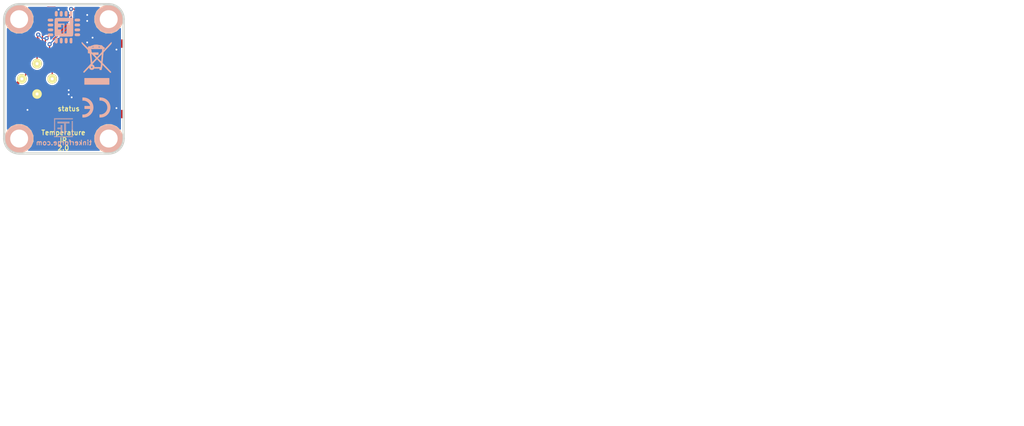
<source format=kicad_pcb>
(kicad_pcb (version 4) (host pcbnew 4.0.7-e2-6376~58~ubuntu17.04.1)
  (title_block (title "Temperature IR Bricklet") (date 2017-10-18) (rev 2.0) (company "Tinkerforge GmbH") (comment 1 "Licensed under CERN OHL v.1.1") (comment 2 "Copyright (©) 2017, B.Nordmeyer <bastian@tinkerforge.com>"))
  (layers (0 Vorderseite signal) (31 Rückseite signal hide) (34 B.Paste user) (35 F.Paste user) (36 B.SilkS user) (37 F.SilkS user) (38 B.Mask user) (39 F.Mask user) (44 Edge.Cuts user))
  (net 0 "")
  (net 1 GND)
  (net 2 SCL)
  (net 3 SDA)
  (net 4 VCC)
  (net 5 "Net-(P1-Pad6)")
  (net 6 "Net-(C2-Pad1)")
  (net 7 "Net-(D1-Pad2)")
  (net 8 "Net-(P1-Pad4)")
  (net 9 "Net-(P1-Pad5)")
  (net 10 "Net-(P2-Pad1)")
  (net 11 "Net-(P3-Pad2)")
  (net 12 "Net-(R1-Pad1)")
  (net 13 S-MISO)
  (net 14 S-MOSI)
  (net 15 S-CLK)
  (net 16 S-CS)
  (module kicad-libraries:TO-39 (layer Vorderseite) (at 118.88 107.26 180)
    (fp_text reference U2)
    (fp_text value MLX90614)
    (pad 4 thru_hole circle (at 0 -2.54 180) (size 1.6002 1.6002) (drill 0.50038) (layers *.Cu *.Mask F.SilkS) (net 1 GND))
    (pad 3 thru_hole circle (at 2.54 0 180) (size 1.6002 1.6002) (drill 0.50038) (layers *.Cu *.Mask F.SilkS) (net 4 VCC))
    (pad 2 thru_hole circle (at 0 2.54 180) (size 1.6002 1.6002) (drill 0.50038) (layers *.Cu *.Mask F.SilkS) (net 3 SDA))
    (pad 1 thru_hole circle (at -2.54 0 180) (size 1.6002 1.6002) (drill 0.50038) (layers *.Cu *.Mask F.SilkS) (net 2 SCL))
  )
  (module kicad-libraries:DRILL_NP (layer Vorderseite) (at 130.88 117.26 90)
    (fp_text reference U7 hide)
    (fp_text value DRILL hide)
    (pad "" np_thru_hole circle (at 0 0 90) (size 2.99974 2.99974) (drill 2.99974) (layers *.Cu *.Mask F.SilkS) (clearance 0.89916))
  )
  (module kicad-libraries:DRILL_NP (layer Vorderseite) (at 115.88 97.26)
    (fp_text reference U6 hide)
    (fp_text value DRILL hide)
    (pad "" np_thru_hole circle (at 0 0) (size 2.99974 2.99974) (drill 2.99974) (layers *.Cu *.Mask F.SilkS) (clearance 0.89916))
  )
  (module kicad-libraries:DRILL_NP (layer Vorderseite) (at 130.88 97.26 90)
    (fp_text reference U5 hide)
    (fp_text value DRILL hide)
    (pad "" np_thru_hole circle (at 0 0 90) (size 2.99974 2.99974) (drill 2.99974) (layers *.Cu *.Mask F.SilkS) (clearance 0.89916))
  )
  (module kicad-libraries:DRILL_NP (layer Vorderseite) (at 115.88 117.26)
    (fp_text reference U4 hide)
    (fp_text value DRILL hide)
    (pad "" np_thru_hole circle (at 0 0) (size 2.99974 2.99974) (drill 2.99974) (layers *.Cu *.Mask F.SilkS) (clearance 0.89916))
  )
  (module kicad-libraries:CE_5mm (layer Rückseite) (at 128.78 112.06 180)
    (fp_text reference VAL hide)
    (fp_text value CE_5mm hide)
  )
  (module kicad-libraries:WEEE_7mm (layer Rückseite) (at 128.88 104.66 180)
    (fp_text reference VAL hide)
    (fp_text value WEEE_7mm hide)
  )
  (module kicad-libraries:Fiducial_Mark (layer Vorderseite) (at 119.88 118.26)
    (fp_text reference Fiducial_Mark hide)
    (fp_text value VAL** hide)
    (pad 1 smd circle (at 0 0) (size 1.00076 1.00076) (layers Vorderseite F.Paste F.Mask) (clearance 0.65024))
  )
  (module kicad-libraries:Fiducial_Mark (layer Vorderseite) (at 131.88 104.26)
    (fp_text reference Fiducial_Mark hide)
    (fp_text value VAL** hide)
    (pad 1 smd circle (at 0 0) (size 1.00076 1.00076) (layers Vorderseite F.Paste F.Mask) (clearance 0.65024))
  )
  (module kicad-libraries:Logo_31x31 (layer Rückseite) (at 124.88 113.86 180)
    (fp_text reference Ref** hide)
    (fp_text value Val** hide)
  )
  (module kicad-libraries:C0805 (layer Vorderseite) (at 126.68 108.76 270)
    (fp_text reference C1)
    (fp_text value 10uF)
    (pad 1 smd rect (at -1.00076 0 270) (size 1.00076 1.24968) (layers Vorderseite F.Paste F.Mask) (net 4 VCC) (clearance 0.14986))
    (pad 2 smd rect (at 1.00076 0 270) (size 1.00076 1.24968) (layers Vorderseite F.Paste F.Mask) (net 1 GND) (clearance 0.14986))
  )
  (module kicad-libraries:C0402E (layer Vorderseite) (at 128.18 101.76 90)
    (fp_text reference C2)
    (fp_text value 220pF)
    (pad 1 smd rect (at -0.65 0 90) (size 0.7 0.9) (layers Vorderseite F.Paste F.Mask) (net 6 "Net-(C2-Pad1)"))
    (pad 2 smd rect (at 0.65 0 90) (size 0.7 0.9) (layers Vorderseite F.Paste F.Mask) (net 1 GND))
  )
  (module kicad-libraries:C0603F (layer Vorderseite) (at 124.98 108.76 90)
    (fp_text reference C3)
    (fp_text value 1uF)
    (pad 1 smd rect (at -0.75 0 90) (size 0.9 0.9) (layers Vorderseite F.Paste F.Mask) (net 1 GND))
    (pad 2 smd rect (at 0.75 0 90) (size 0.9 0.9) (layers Vorderseite F.Paste F.Mask) (net 4 VCC))
  )
  (module kicad-libraries:C0603F (layer Vorderseite) (at 126.08 96.56 315)
    (fp_text reference C4)
    (fp_text value 100nF)
    (pad 1 smd rect (at -0.75 0 315) (size 0.9 0.9) (layers Vorderseite F.Paste F.Mask) (net 4 VCC))
    (pad 2 smd rect (at 0.75 0 315) (size 0.9 0.9) (layers Vorderseite F.Paste F.Mask) (net 1 GND))
  )
  (module kicad-libraries:C0603F (layer Vorderseite) (at 115.78 112.46)
    (fp_text reference C5)
    (fp_text value 100nF)
    (pad 1 smd rect (at -0.75 0) (size 0.9 0.9) (layers Vorderseite F.Paste F.Mask) (net 4 VCC))
    (pad 2 smd rect (at 0.75 0) (size 0.9 0.9) (layers Vorderseite F.Paste F.Mask) (net 1 GND))
  )
  (module kicad-libraries:D0603E (layer Vorderseite) (at 122.88 113.76)
    (fp_text reference D1)
    (fp_text value blue)
    (pad 1 smd rect (at -0.8501 0) (size 1.1 1) (layers Vorderseite F.Paste F.Mask) (net 4 VCC))
    (pad 2 smd rect (at 0.8501 0) (size 1.1 1) (layers Vorderseite F.Paste F.Mask) (net 7 "Net-(D1-Pad2)"))
  )
  (module kicad-libraries:CON-SENSOR2 (layer Vorderseite) (at 133.38 107.26 90)
    (fp_text reference P1)
    (fp_text value CON-SENSOR2)
    (pad 1 smd rect (at -3.75 -4.6 90) (size 0.6 1.8) (layers Vorderseite F.Paste F.Mask))
    (pad 2 smd rect (at -2.5 -4.6 90) (size 0.6 1.8) (layers Vorderseite F.Paste F.Mask) (net 1 GND))
    (pad EP smd rect (at -5.9 -1.2 90) (size 1.4 2.4) (layers Vorderseite F.Paste F.Mask) (net 1 GND))
    (pad EP smd rect (at 5.9 -1.2 90) (size 1.4 2.4) (layers Vorderseite F.Paste F.Mask) (net 1 GND))
    (pad 3 smd rect (at -1.25 -4.6 90) (size 0.6 1.8) (layers Vorderseite F.Paste F.Mask) (net 4 VCC))
    (pad 4 smd rect (at 0 -4.6 90) (size 0.6 1.8) (layers Vorderseite F.Paste F.Mask) (net 8 "Net-(P1-Pad4)"))
    (pad 5 smd rect (at 1.25 -4.6 90) (size 0.6 1.8) (layers Vorderseite F.Paste F.Mask) (net 9 "Net-(P1-Pad5)"))
    (pad 6 smd rect (at 2.5 -4.6 90) (size 0.6 1.8) (layers Vorderseite F.Paste F.Mask) (net 5 "Net-(P1-Pad6)"))
    (pad 7 smd rect (at 3.75 -4.6 90) (size 0.6 1.8) (layers Vorderseite F.Paste F.Mask) (net 6 "Net-(C2-Pad1)"))
  )
  (module kicad-libraries:DEBUG_PAD (layer Vorderseite) (at 119.68 97.16)
    (fp_text reference P2)
    (fp_text value DEBUG)
    (pad 1 smd circle (at 0 0) (size 0.7 0.7) (layers Vorderseite F.Paste F.Mask) (net 10 "Net-(P2-Pad1)"))
  )
  (module kicad-libraries:SolderJumper (layer Vorderseite) (at 121.28 95.86 270)
    (fp_text reference P3)
    (fp_text value BOOT)
    (pad 2 smd rect (at 0.55 0 270) (size 0.3 1.4) (layers Vorderseite F.Mask) (net 11 "Net-(P3-Pad2)"))
    (pad 2 smd rect (at 0.15 0 270) (size 0.6 0.5) (layers Vorderseite F.Mask) (net 11 "Net-(P3-Pad2)"))
    (pad 1 smd rect (at -0.5 0 270) (size 0.4 1.4) (layers Vorderseite F.Mask) (net 1 GND))
    (pad 1 smd rect (at -0.225 0.55 270) (size 0.95 0.3) (layers Vorderseite F.Mask) (net 1 GND))
    (pad 1 smd rect (at -0.225 -0.55 270) (size 0.95 0.3) (layers Vorderseite F.Mask) (net 1 GND))
  )
  (module kicad-libraries:R0603F (layer Vorderseite) (at 125.98 113.76 180)
    (fp_text reference R1)
    (fp_text value 10k)
    (pad 1 smd rect (at -0.75 0 180) (size 0.9 0.9) (layers Vorderseite F.Paste F.Mask) (net 12 "Net-(R1-Pad1)"))
    (pad 2 smd rect (at 0.75 0 180) (size 0.9 0.9) (layers Vorderseite F.Paste F.Mask) (net 7 "Net-(D1-Pad2)"))
  )
  (module kicad-libraries:4X0402 (layer Vorderseite) (at 125.78 104.16 90)
    (fp_text reference RP1)
    (fp_text value 82)
    (pad 1 smd rect (at -0.7493 0.575 270) (size 0.29972 0.65) (layers Vorderseite F.Paste F.Mask) (net 8 "Net-(P1-Pad4)"))
    (pad 2 smd rect (at -0.24892 0.575 270) (size 0.29972 0.65) (layers Vorderseite F.Paste F.Mask) (net 9 "Net-(P1-Pad5)"))
    (pad 3 smd rect (at 0.24892 0.575 270) (size 0.29972 0.65) (layers Vorderseite F.Paste F.Mask) (net 5 "Net-(P1-Pad6)"))
    (pad 4 smd rect (at 0.7493 0.575 270) (size 0.29972 0.65) (layers Vorderseite F.Paste F.Mask) (net 6 "Net-(C2-Pad1)"))
    (pad 5 smd rect (at 0.7493 -0.575 90) (size 0.29972 0.65) (layers Vorderseite F.Paste F.Mask) (net 13 S-MISO))
    (pad 6 smd rect (at 0.24892 -0.575 90) (size 0.29972 0.65) (layers Vorderseite F.Paste F.Mask) (net 14 S-MOSI))
    (pad 7 smd rect (at -0.24892 -0.575 90) (size 0.29972 0.65) (layers Vorderseite F.Paste F.Mask) (net 15 S-CLK))
    (pad 8 smd rect (at -0.7493 -0.575 90) (size 0.29972 0.65) (layers Vorderseite F.Paste F.Mask) (net 16 S-CS))
  )
  (module kicad-libraries:QFN24-4x4mm-0.5mm (layer Vorderseite) (at 123.48 99.16 135)
    (fp_text reference U1)
    (fp_text value XMC110024)
    (pad 1 smd oval (at -2.025 -1.25 135) (size 1 0.3) (layers Vorderseite F.Paste F.Mask) (net 13 S-MISO))
    (pad 2 smd oval (at -2.025 -0.75 135) (size 1 0.3) (layers Vorderseite F.Paste F.Mask))
    (pad 3 smd oval (at -2.025 -0.25 135) (size 1 0.3) (layers Vorderseite F.Paste F.Mask))
    (pad 4 smd oval (at -2.025 0.25 135) (size 1 0.3) (layers Vorderseite F.Paste F.Mask))
    (pad 5 smd oval (at -2.025 0.75 135) (size 1 0.3) (layers Vorderseite F.Paste F.Mask))
    (pad 6 smd oval (at -2.025 1.25 135) (size 1 0.3) (layers Vorderseite F.Paste F.Mask))
    (pad 7 smd oval (at -1.25 2.025 225) (size 1 0.3) (layers Vorderseite F.Paste F.Mask) (net 12 "Net-(R1-Pad1)"))
    (pad 8 smd oval (at -0.75 2.025 225) (size 1 0.3) (layers Vorderseite F.Paste F.Mask))
    (pad 9 smd oval (at -0.25 2.025 225) (size 1 0.3) (layers Vorderseite F.Paste F.Mask) (net 1 GND))
    (pad 10 smd oval (at 0.25 2.025 225) (size 1 0.3) (layers Vorderseite F.Paste F.Mask) (net 4 VCC))
    (pad 11 smd oval (at 0.75 2.025 225) (size 1 0.3) (layers Vorderseite F.Paste F.Mask))
    (pad 12 smd oval (at 1.25 2.025 225) (size 1 0.3) (layers Vorderseite F.Paste F.Mask))
    (pad 13 smd oval (at 2.025 1.25 135) (size 1 0.3) (layers Vorderseite F.Paste F.Mask))
    (pad 14 smd oval (at 2.025 0.75 135) (size 1 0.3) (layers Vorderseite F.Paste F.Mask))
    (pad 15 smd oval (at 2.025 0.25 135) (size 1 0.3) (layers Vorderseite F.Paste F.Mask) (net 11 "Net-(P3-Pad2)"))
    (pad 16 smd oval (at 2.025 -0.25 135) (size 1 0.3) (layers Vorderseite F.Paste F.Mask) (net 10 "Net-(P2-Pad1)"))
    (pad 17 smd oval (at 2.025 -0.75 135) (size 1 0.3) (layers Vorderseite F.Paste F.Mask) (net 3 SDA))
    (pad 18 smd oval (at 2.025 -1.25 135) (size 1 0.3) (layers Vorderseite F.Paste F.Mask))
    (pad 19 smd oval (at 1.25 -2.025 225) (size 1 0.3) (layers Vorderseite F.Paste F.Mask) (net 2 SCL))
    (pad 20 smd oval (at 0.75 -2.025 225) (size 1 0.3) (layers Vorderseite F.Paste F.Mask))
    (pad 21 smd oval (at 0.25 -2.025 225) (size 1 0.3) (layers Vorderseite F.Paste F.Mask))
    (pad 22 smd oval (at -0.25 -2.025 225) (size 1 0.3) (layers Vorderseite F.Paste F.Mask) (net 16 S-CS))
    (pad 23 smd oval (at -0.75 -2.025 225) (size 1 0.3) (layers Vorderseite F.Paste F.Mask) (net 15 S-CLK))
    (pad 24 smd oval (at -1.25 -2.025 225) (size 1 0.3) (layers Vorderseite F.Paste F.Mask) (net 14 S-MOSI))
    (pad EXP smd rect (at 0.65 0.65 135) (size 1.3 1.3) (layers Vorderseite F.Paste F.Mask) (net 1 GND))
    (pad EXP smd rect (at 0.65 -0.65 135) (size 1.3 1.3) (layers Vorderseite F.Paste F.Mask) (net 1 GND))
    (pad EXP smd rect (at -0.65 0.65 135) (size 1.3 1.3) (layers Vorderseite F.Paste F.Mask) (net 1 GND))
    (pad EXP smd rect (at -0.65 -0.65 135) (size 1.3 1.3) (layers Vorderseite F.Paste F.Mask) (net 1 GND))
  )
  (module kicad-libraries:Logo_CoMCU (layer Rückseite) (at 123.38 98.61 180)
    (fp_text reference G*** hide)
    (fp_text value LOGO hide)
  )
  (module kicad-libraries:4X0402 (layer Vorderseite) (at 118.38 101.26 270)
    (fp_text reference RP2)
    (fp_text value 2k2)
    (pad 1 smd rect (at -0.7493 0.575 90) (size 0.29972 0.65) (layers Vorderseite F.Paste F.Mask) (net 4 VCC))
    (pad 2 smd rect (at -0.24892 0.575 90) (size 0.29972 0.65) (layers Vorderseite F.Paste F.Mask) (net 4 VCC))
    (pad 3 smd rect (at 0.24892 0.575 90) (size 0.29972 0.65) (layers Vorderseite F.Paste F.Mask) (net 4 VCC))
    (pad 4 smd rect (at 0.7493 0.575 90) (size 0.29972 0.65) (layers Vorderseite F.Paste F.Mask) (net 4 VCC))
    (pad 5 smd rect (at 0.7493 -0.575 270) (size 0.29972 0.65) (layers Vorderseite F.Paste F.Mask) (net 3 SDA))
    (pad 6 smd rect (at 0.24892 -0.575 270) (size 0.29972 0.65) (layers Vorderseite F.Paste F.Mask))
    (pad 7 smd rect (at -0.24892 -0.575 270) (size 0.29972 0.65) (layers Vorderseite F.Paste F.Mask))
    (pad 8 smd rect (at -0.7493 -0.575 270) (size 0.29972 0.65) (layers Vorderseite F.Paste F.Mask) (net 2 SCL))
  )
  (gr_text status (at 124.18 112.26) (layer F.SilkS) (effects (font (size 0.8001 0.8001) (thickness 0.14986))))
  (gr_line (start 115.88 94.76) (end 130.88 94.76) (angle 90) (layer Edge.Cuts) (width 0.381))
  (gr_line (start 113.38 117.26) (end 113.38 97.26) (angle 90) (layer Edge.Cuts) (width 0.381))
  (gr_line (start 133.38 97.26) (end 133.38 117.26) (angle 90) (layer Edge.Cuts) (width 0.381))
  (gr_arc (start 130.88 97.26) (end 130.88 94.76) (angle 90) (layer Edge.Cuts) (width 0.381))
  (gr_arc (start 115.88 97.26) (end 113.38 97.26) (angle 90) (layer Edge.Cuts) (width 0.381))
  (gr_line (start 115.88 119.76) (end 130.88 119.76) (angle 90) (layer Edge.Cuts) (width 0.381))
  (gr_arc (start 130.88 117.26) (end 133.38 117.26) (angle 90) (layer Edge.Cuts) (width 0.381))
  (gr_arc (start 115.88 117.26) (end 115.88 119.76) (angle 90) (layer Edge.Cuts) (width 0.381))
  (gr_text tinkerforge.com (at 123.38 117.96) (layer B.SilkS) (effects (font (size 0.8001 0.8001) (thickness 0.14986)) (justify mirror)))
  (gr_text "Temperature\nIR\n2.0" (at 123.28 117.56) (layer F.SilkS) (effects (font (size 0.8001 0.8001) (thickness 0.14986))))
  (segment (start 121.28 95.36) (end 120.68 95.36) (width 0.2) (layer Vorderseite) (net 1))
  (segment (start 120.68 95.36) (end 120.68 95.56) (width 0.2) (layer Vorderseite) (net 1))
  (segment (start 120.68 95.56) (end 120.78 95.66) (width 0.2) (layer Vorderseite) (net 1))
  (segment (start 120.78 95.66) (end 120.73 95.635) (width 0.2) (layer Vorderseite) (net 1))
  (segment (start 125.088668 97.904885) (end 124.399239 98.594314) (width 0.3) (layer Vorderseite) (net 1))
  (segment (start 124.399239 98.594314) (end 124.399239 99.16) (width 0.3) (layer Vorderseite) (net 1))
  (segment (start 123.48 98.240761) (end 122.560761 99.16) (width 0.2) (layer Vorderseite) (net 1))
  (segment (start 124.399239 99.16) (end 123.48 98.240761) (width 0.2) (layer Vorderseite) (net 1))
  (segment (start 123.48 100.079239) (end 124.399239 99.16) (width 0.2) (layer Vorderseite) (net 1))
  (segment (start 121.28 95.36) (end 121.98 95.36) (width 0.2) (layer Vorderseite) (net 1))
  (segment (start 121.98 95.36) (end 122.28 95.66) (width 0.2) (layer Vorderseite) (net 1))
  (segment (start 122.28 95.66) (end 122.48 95.66) (width 0.2) (layer Vorderseite) (net 1))
  (via (at 122.48 95.66) (size 0.7) (drill 0.3) (layers Vorderseite Rückseite) (net 1))
  (segment (start 126.61033 97.09033) (end 127.14066 96.56) (width 0.5) (layer Vorderseite) (net 1))
  (via (at 127.28 96.56) (size 0.7) (drill 0.3) (layers Vorderseite Rückseite) (net 1))
  (segment (start 127.14066 96.56) (end 127.28 96.56) (width 0.5) (layer Vorderseite) (net 1))
  (segment (start 126.61033 97.09033) (end 127.08 97.56) (width 0.5) (layer Vorderseite) (net 1))
  (via (at 127.28 97.56) (size 0.7) (drill 0.3) (layers Vorderseite Rückseite) (net 1))
  (segment (start 127.08 97.56) (end 127.28 97.56) (width 0.5) (layer Vorderseite) (net 1))
  (segment (start 124.98 109.51) (end 124.98 110.06) (width 0.5) (layer Vorderseite) (net 1))
  (via (at 124.68 110.36) (size 0.7) (drill 0.3) (layers Vorderseite Rückseite) (net 1))
  (segment (start 124.98 110.06) (end 124.68 110.36) (width 0.5) (layer Vorderseite) (net 1))
  (segment (start 124.98 109.51) (end 124.53 109.51) (width 0.5) (layer Vorderseite) (net 1))
  (segment (start 124.53 109.51) (end 124.18 109.86) (width 0.5) (layer Vorderseite) (net 1))
  (via (at 124.18 109.86) (size 0.7) (drill 0.3) (layers Vorderseite Rückseite) (net 1))
  (segment (start 124.53 109.51) (end 124.18 109.16) (width 0.5) (layer Vorderseite) (net 1))
  (via (at 124.18 109.16) (size 0.7) (drill 0.3) (layers Vorderseite Rückseite) (net 1))
  (segment (start 116.53 112.46) (end 117.28 112.46) (width 0.5) (layer Vorderseite) (net 1))
  (via (at 117.28 112.46) (size 0.7) (drill 0.3) (layers Vorderseite Rückseite) (net 1))
  (segment (start 132.18 113.16) (end 132.18 112.16) (width 0.5) (layer Vorderseite) (net 1))
  (via (at 132.18 112.16) (size 0.7) (drill 0.3) (layers Vorderseite Rückseite) (net 1))
  (segment (start 132.18 101.36) (end 132.18 102.36) (width 0.5) (layer Vorderseite) (net 1))
  (via (at 132.18 102.36) (size 0.7) (drill 0.3) (layers Vorderseite Rückseite) (net 1))
  (segment (start 128.18 101.11) (end 127.33 101.11) (width 0.5) (layer Vorderseite) (net 1))
  (via (at 127.28 101.16) (size 0.7) (drill 0.3) (layers Vorderseite Rückseite) (net 1))
  (segment (start 127.33 101.11) (end 127.28 101.16) (width 0.5) (layer Vorderseite) (net 1))
  (segment (start 128.18 101.11) (end 128.18 100.36) (width 0.5) (layer Vorderseite) (net 1))
  (via (at 128.18 100.36) (size 0.7) (drill 0.3) (layers Vorderseite Rückseite) (net 1))
  (segment (start 126.68 109.76076) (end 125.88076 109.76076) (width 0.5) (layer Vorderseite) (net 1))
  (segment (start 125.63 109.51) (end 124.98 109.51) (width 0.5) (layer Vorderseite) (net 1))
  (segment (start 125.88076 109.76076) (end 125.63 109.51) (width 0.5) (layer Vorderseite) (net 1))
  (segment (start 128.78 109.76) (end 126.68076 109.76) (width 0.5) (layer Vorderseite) (net 1))
  (segment (start 126.68076 109.76) (end 126.68 109.76076) (width 0.5) (layer Vorderseite) (net 1))
  (segment (start 125.088668 97.904885) (end 125.903223 97.09033) (width 0.3) (layer Vorderseite) (net 1))
  (segment (start 125.903223 97.09033) (end 126.61033 97.09033) (width 0.3) (layer Vorderseite) (net 1))
  (segment (start 119.42 109.8) (end 118.88 109.8) (width 0.2) (layer Vorderseite) (net 1))
  (segment (start 118.955 100.5107) (end 118.955 99.985) (width 0.2) (layer Vorderseite) (net 2))
  (segment (start 120.446117 100.426117) (end 120.446117 100.426116) (width 0.2) (layer Vorderseite) (net 2))
  (segment (start 120.48 100.46) (end 120.446117 100.426117) (width 0.2) (layer Vorderseite) (net 2))
  (via (at 120.48 100.46) (size 0.7) (drill 0.3) (layers Vorderseite Rückseite) (net 2))
  (segment (start 119.68 100.46) (end 120.48 100.46) (width 0.2) (layer Rückseite) (net 2))
  (segment (start 119.08 99.86) (end 119.68 100.46) (width 0.2) (layer Rückseite) (net 2))
  (via (at 119.08 99.86) (size 0.7) (drill 0.3) (layers Vorderseite Rückseite) (net 2))
  (segment (start 118.955 99.985) (end 119.08 99.86) (width 0.2) (layer Vorderseite) (net 2))
  (segment (start 121.42 107.26) (end 121.42 104.8) (width 0.2) (layer Vorderseite) (net 2))
  (segment (start 120.28 100.592233) (end 120.446117 100.426116) (width 0.2) (layer Vorderseite) (net 2))
  (segment (start 120.446117 100.426116) (end 121.164225 99.708008) (width 0.2) (layer Vorderseite) (net 2))
  (segment (start 120.28 103.66) (end 120.28 100.592233) (width 0.2) (layer Vorderseite) (net 2))
  (segment (start 121.42 104.8) (end 120.28 103.66) (width 0.2) (layer Vorderseite) (net 2))
  (segment (start 118.955 102.0093) (end 119.3307 102.0093) (width 0.2) (layer Vorderseite) (net 3))
  (segment (start 119.3307 102.0093) (end 119.78 101.56) (width 0.2) (layer Vorderseite) (net 3))
  (segment (start 118.88 104.72) (end 118.88 103.66) (width 0.2) (layer Vorderseite) (net 3))
  (segment (start 121.11934 97.86) (end 121.517779 98.258439) (width 0.2) (layer Vorderseite) (net 3))
  (segment (start 120.48 97.86) (end 121.11934 97.86) (width 0.2) (layer Vorderseite) (net 3))
  (segment (start 119.78 98.56) (end 120.48 97.86) (width 0.2) (layer Vorderseite) (net 3))
  (segment (start 119.78 102.76) (end 119.78 101.56) (width 0.2) (layer Vorderseite) (net 3))
  (segment (start 119.78 101.56) (end 119.78 98.56) (width 0.2) (layer Vorderseite) (net 3))
  (segment (start 118.88 103.66) (end 119.78 102.76) (width 0.2) (layer Vorderseite) (net 3))
  (segment (start 120.98 101.46) (end 120.98 103.26) (width 0.2) (layer Vorderseite) (net 4))
  (segment (start 125.08 95.56) (end 124.58 95.56) (width 0.2) (layer Vorderseite) (net 4))
  (via (at 124.58 95.56) (size 0.7) (drill 0.3) (layers Vorderseite Rückseite) (net 4))
  (segment (start 124.58 95.56) (end 124.58 97.86) (width 0.2) (layer Rückseite) (net 4))
  (segment (start 124.58 97.86) (end 120.98 101.46) (width 0.2) (layer Rückseite) (net 4))
  (via (at 120.98 101.46) (size 0.7) (drill 0.3) (layers Vorderseite Rückseite) (net 4))
  (segment (start 125.54967 96.02967) (end 125.08 95.56) (width 0.2) (layer Vorderseite) (net 4))
  (segment (start 124.98 107.26) (end 124.98 108.01) (width 0.2) (layer Vorderseite) (net 4))
  (segment (start 120.98 103.26) (end 124.98 107.26) (width 0.2) (layer Vorderseite) (net 4))
  (segment (start 117.805 101.50892) (end 117.23108 101.50892) (width 0.2) (layer Vorderseite) (net 4))
  (segment (start 117.23108 101.50892) (end 116.98 101.76) (width 0.2) (layer Vorderseite) (net 4))
  (segment (start 117.805 101.01108) (end 117.23108 101.01108) (width 0.2) (layer Vorderseite) (net 4))
  (segment (start 117.23108 101.01108) (end 116.98 100.76) (width 0.2) (layer Vorderseite) (net 4))
  (segment (start 116.98 101.76) (end 116.98 106.62) (width 0.2) (layer Vorderseite) (net 4))
  (segment (start 116.98 106.62) (end 116.34 107.26) (width 0.2) (layer Vorderseite) (net 4))
  (segment (start 117.805 100.5107) (end 117.2293 100.5107) (width 0.2) (layer Vorderseite) (net 4))
  (segment (start 117.2293 102.0093) (end 117.805 102.0093) (width 0.2) (layer Vorderseite) (net 4))
  (segment (start 116.98 101.76) (end 117.2293 102.0093) (width 0.2) (layer Vorderseite) (net 4))
  (segment (start 116.98 100.76) (end 116.98 101.76) (width 0.2) (layer Vorderseite) (net 4))
  (segment (start 117.2293 100.5107) (end 116.98 100.76) (width 0.2) (layer Vorderseite) (net 4))
  (segment (start 115.03 112.46) (end 115.03 108.57) (width 0.5) (layer Vorderseite) (net 4))
  (segment (start 115.03 108.57) (end 116.34 107.26) (width 0.5) (layer Vorderseite) (net 4))
  (segment (start 122.0299 113.76) (end 115.58 113.76) (width 0.5) (layer Vorderseite) (net 4))
  (segment (start 115.03 113.21) (end 115.03 112.46) (width 0.5) (layer Vorderseite) (net 4))
  (segment (start 115.58 113.76) (end 115.03 113.21) (width 0.5) (layer Vorderseite) (net 4))
  (segment (start 124.98 108.01) (end 123.63 108.01) (width 0.5) (layer Vorderseite) (net 4))
  (segment (start 123.63 108.01) (end 122.0299 109.6101) (width 0.5) (layer Vorderseite) (net 4))
  (segment (start 122.0299 109.6101) (end 122.0299 113.76) (width 0.5) (layer Vorderseite) (net 4))
  (segment (start 126.68 107.75924) (end 125.98076 107.75924) (width 0.5) (layer Vorderseite) (net 4))
  (segment (start 125.98076 107.75924) (end 125.73 108.01) (width 0.5) (layer Vorderseite) (net 4))
  (segment (start 125.73 108.01) (end 124.98 108.01) (width 0.5) (layer Vorderseite) (net 4))
  (segment (start 128.78 108.51) (end 128.03 108.51) (width 0.5) (layer Vorderseite) (net 4))
  (segment (start 128.03 108.51) (end 127.27924 107.75924) (width 0.5) (layer Vorderseite) (net 4))
  (segment (start 127.27924 107.75924) (end 126.68 107.75924) (width 0.5) (layer Vorderseite) (net 4))
  (segment (start 124.735115 97.551332) (end 125.54967 96.736777) (width 0.3) (layer Vorderseite) (net 4))
  (segment (start 125.54967 96.736777) (end 125.54967 96.02967) (width 0.3) (layer Vorderseite) (net 4))
  (segment (start 128.78 104.76) (end 128.28 104.76) (width 0.2) (layer Vorderseite) (net 5))
  (segment (start 128.28 104.76) (end 127.43108 103.91108) (width 0.2) (layer Vorderseite) (net 5))
  (segment (start 127.43108 103.91108) (end 126.355 103.91108) (width 0.2) (layer Vorderseite) (net 5))
  (segment (start 128.18 102.41) (end 128.18 102.91) (width 0.2) (layer Vorderseite) (net 6))
  (segment (start 128.18 102.91) (end 128.78 103.51) (width 0.2) (layer Vorderseite) (net 6))
  (segment (start 126.355 103.4107) (end 126.8293 103.4107) (width 0.2) (layer Vorderseite) (net 6))
  (segment (start 126.8293 103.4107) (end 127.83 102.41) (width 0.2) (layer Vorderseite) (net 6))
  (segment (start 127.83 102.41) (end 128.18 102.41) (width 0.2) (layer Vorderseite) (net 6))
  (segment (start 123.7301 113.76) (end 125.58 113.76) (width 0.2) (layer Vorderseite) (net 7))
  (segment (start 125.58 113.76) (end 125.23 113.76) (width 0.2) (layer Vorderseite) (net 7))
  (segment (start 126.355 104.9093) (end 126.648958 104.9093) (width 0.2) (layer Vorderseite) (net 8))
  (segment (start 126.648958 104.9093) (end 127.08 105.340342) (width 0.2) (layer Vorderseite) (net 8))
  (segment (start 127.08 105.340342) (end 127.08 106.16) (width 0.2) (layer Vorderseite) (net 8))
  (segment (start 127.08 106.16) (end 128.18 107.26) (width 0.2) (layer Vorderseite) (net 8))
  (segment (start 128.18 107.26) (end 128.78 107.26) (width 0.2) (layer Vorderseite) (net 8))
  (segment (start 126.355 104.40892) (end 127.02892 104.40892) (width 0.2) (layer Vorderseite) (net 9))
  (segment (start 127.83 106.01) (end 128.78 106.01) (width 0.2) (layer Vorderseite) (net 9))
  (segment (start 127.58 105.76) (end 127.83 106.01) (width 0.2) (layer Vorderseite) (net 9))
  (segment (start 127.58 104.96) (end 127.58 105.76) (width 0.2) (layer Vorderseite) (net 9))
  (segment (start 127.02892 104.40892) (end 127.58 104.96) (width 0.2) (layer Vorderseite) (net 9))
  (segment (start 121.871332 97.904885) (end 121.126447 97.16) (width 0.2) (layer Vorderseite) (net 10))
  (segment (start 121.126447 97.16) (end 119.68 97.16) (width 0.2) (layer Vorderseite) (net 10))
  (segment (start 121.28 96.41) (end 121.28 96.01) (width 0.2) (layer Vorderseite) (net 11))
  (segment (start 122.224885 97.551332) (end 121.28 96.606447) (width 0.2) (layer Vorderseite) (net 11))
  (segment (start 121.28 96.606447) (end 121.28 96.41) (width 0.2) (layer Vorderseite) (net 11))
  (segment (start 126.73 113.76) (end 128.38 113.76) (width 0.2) (layer Vorderseite) (net 12))
  (segment (start 127.28 98.26) (end 126.147767 98.26) (width 0.2) (layer Vorderseite) (net 12))
  (segment (start 130.18 101.16) (end 127.28 98.26) (width 0.2) (layer Vorderseite) (net 12))
  (segment (start 130.18 111.96) (end 130.18 101.16) (width 0.2) (layer Vorderseite) (net 12))
  (segment (start 128.38 113.76) (end 130.18 111.96) (width 0.2) (layer Vorderseite) (net 12))
  (segment (start 126.147767 98.26) (end 125.795775 98.611992) (width 0.2) (layer Vorderseite) (net 12))
  (segment (start 125.205 103.4107) (end 124.8307 103.4107) (width 0.2) (layer Vorderseite) (net 13))
  (segment (start 124.48 101.927767) (end 124.028008 101.475775) (width 0.2) (layer Vorderseite) (net 13))
  (segment (start 124.48 103.06) (end 124.48 101.927767) (width 0.2) (layer Vorderseite) (net 13))
  (segment (start 124.8307 103.4107) (end 124.48 103.06) (width 0.2) (layer Vorderseite) (net 13))
  (segment (start 125.205 103.91108) (end 123.93108 103.91108) (width 0.2) (layer Vorderseite) (net 14))
  (segment (start 122.58 102.56) (end 122.58 101.827767) (width 0.2) (layer Vorderseite) (net 14))
  (segment (start 123.93108 103.91108) (end 122.58 102.56) (width 0.2) (layer Vorderseite) (net 14))
  (segment (start 122.58 101.827767) (end 122.931992 101.475775) (width 0.2) (layer Vorderseite) (net 14))
  (segment (start 125.205 104.40892) (end 123.72892 104.40892) (width 0.2) (layer Vorderseite) (net 15))
  (segment (start 122.08 101.62066) (end 122.578439 101.122221) (width 0.2) (layer Vorderseite) (net 15))
  (segment (start 122.08 102.76) (end 122.08 101.62066) (width 0.2) (layer Vorderseite) (net 15))
  (segment (start 123.72892 104.40892) (end 122.08 102.76) (width 0.2) (layer Vorderseite) (net 15))
  (segment (start 125.205 104.9093) (end 123.5293 104.9093) (width 0.2) (layer Vorderseite) (net 16))
  (segment (start 121.68 101.313553) (end 122.224885 100.768668) (width 0.2) (layer Vorderseite) (net 16))
  (segment (start 121.68 103.06) (end 121.68 101.313553) (width 0.2) (layer Vorderseite) (net 16))
  (segment (start 123.5293 104.9093) (end 121.68 103.06) (width 0.2) (layer Vorderseite) (net 16))
  (zone (net 1) (net_name GND) (layer Rückseite) (connect_pads yes (clearance 0.25)) (min_thickness 0.22) (fill yes (arc_segments 16) (thermal_gap 0.25) (thermal_bridge_width 0.25))
    (polygon (pts (xy 133.38 119.76) (xy 113.38 119.76) (xy 113.38 94.76) (xy 133.38 94.76)))
  )
)
</source>
